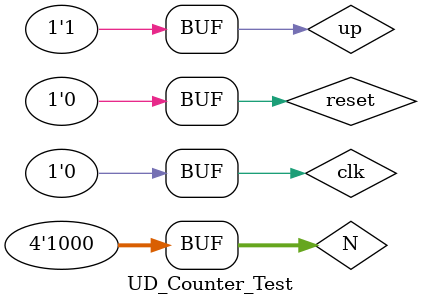
<source format=v>
`timescale 1ns / 1ps


module UD_Counter_Test;

	// Inputs
	reg [3:0] N;
	reg clk;
	reg up;
	reg reset;

	// Outputs
	wire [3:0] data;
	wire [3:0] count;

	// Instantiate the Unit Under Test (UUT)
	Up_Down_Counter_T uut (
		.N(N), 
		.clk(clk), 
		.up(up), 
		.reset(reset), 
		.data(data), 
		.count(count)
	);

	initial begin
		// Initialize Inputs
		N = 4;
		clk = 0;
		up = 1;
		reset = 0;

		// Wait 10 ns for global reset to finish
		#1;
		clk=1;
		#1;
		clk=0;
		#1;
		clk=1;
		#1;
		clk=0;
		#1;
		N=3;
		clk=1;
		#1;
		clk=0;
		#1;
		clk=1;
		#1;
		N=8;
		#1;
		clk=0;
		#1;
		clk=1;
		#1;
		clk=0;
       
		reset =1;
		
		#1;
		clk=1;
		#1;
		clk=0;
		#1;
		clk=0;
		#1;
		clk=1;
		#1;
		clk=0;
		#1;
		clk=1;
		#1;
		
		reset=0;
		clk=1;
		#1;
		clk=0;
		#1;
		clk=1;
		#1;
		clk=0;
		#1;
		clk=1;
		#1;
		clk=0;
		#1;
		clk=1;
		#1;
		clk=0;
        
		// Add stimulus here

	end
      
endmodule


</source>
